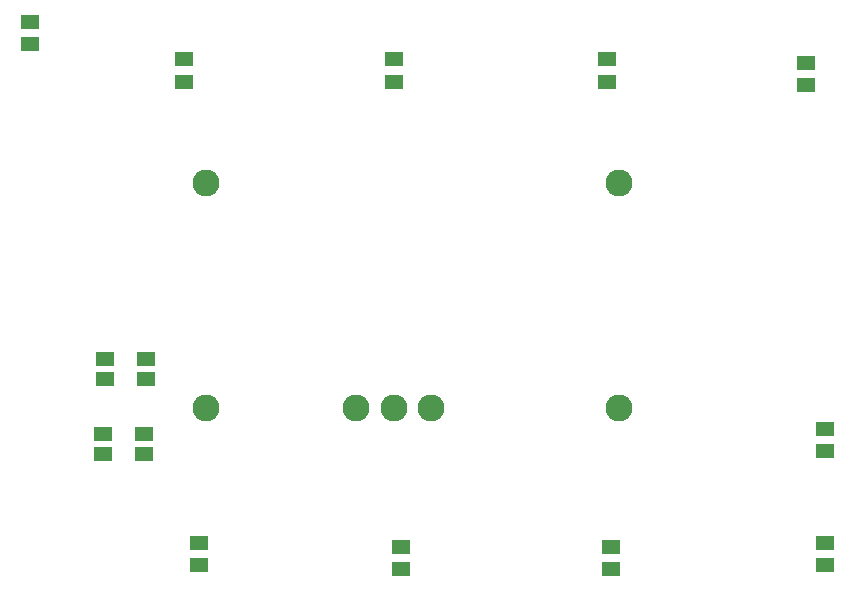
<source format=gtp>
G75*
%MOIN*%
%OFA0B0*%
%FSLAX24Y24*%
%IPPOS*%
%LPD*%
%AMOC8*
5,1,8,0,0,1.08239X$1,22.5*
%
%ADD10R,0.0630X0.0512*%
%ADD11C,0.0900*%
%ADD12R,0.0591X0.0512*%
D10*
X006333Y023709D03*
X006333Y024457D03*
X032833Y010895D03*
X032833Y010147D03*
D11*
X025958Y011583D03*
X019708Y011583D03*
X018458Y011583D03*
X017208Y011583D03*
X012208Y011583D03*
X012208Y019083D03*
X025958Y019083D03*
D12*
X011958Y006334D03*
X011958Y007082D03*
X010146Y010061D03*
X010146Y010730D03*
X008771Y010730D03*
X008771Y010061D03*
X008833Y012561D03*
X008833Y013230D03*
X010208Y013230D03*
X010208Y012561D03*
X018708Y006957D03*
X018708Y006209D03*
X025708Y006209D03*
X025708Y006957D03*
X032833Y007082D03*
X032833Y006334D03*
X032208Y022334D03*
X032208Y023082D03*
X025583Y023207D03*
X025583Y022459D03*
X018458Y022459D03*
X018458Y023207D03*
X011458Y023207D03*
X011458Y022459D03*
M02*

</source>
